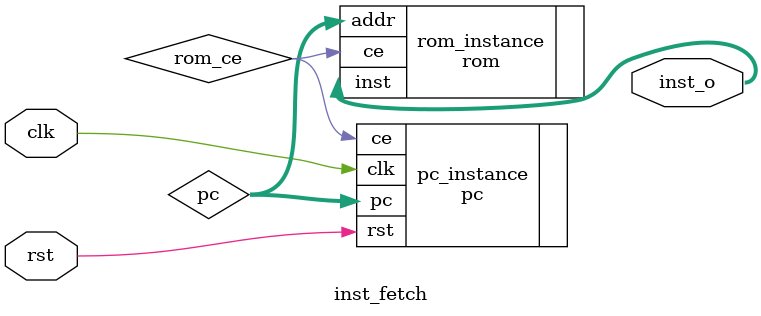
<source format=v>
`timescale 1ns / 1ps
/*
    顶层文件, 用于模块例化
    通过调用各个功能单元, 将其按照一定方式连接在一起, 从而实现最终电路
*/
module inst_fetch(
    input wire clk,
    input wire rst,
    output wire [31: 0] inst_o
);
    wire [5: 0] pc;
    wire        rom_ce;

    // PC模块的例化
    pc pc_instance(
        .clk(clk),
        .rst(rst),
        .pc(pc),
        .ce(rom_ce)
    );

    // ROM模块的例化
    rom rom_instance(
        .ce(rom_ce),
        .addr(pc),
        .inst(inst_o)
    );
endmodule

</source>
